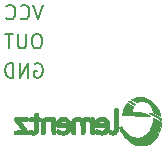
<source format=gbr>
%TF.GenerationSoftware,KiCad,Pcbnew,5.1.5-52549c5~86~ubuntu16.04.1*%
%TF.CreationDate,2020-11-12T16:56:08+05:30*%
%TF.ProjectId,Potentiometer Module V1.0,506f7465-6e74-4696-9f6d-65746572204d,V1.0*%
%TF.SameCoordinates,Original*%
%TF.FileFunction,Legend,Bot*%
%TF.FilePolarity,Positive*%
%FSLAX46Y46*%
G04 Gerber Fmt 4.6, Leading zero omitted, Abs format (unit mm)*
G04 Created by KiCad (PCBNEW 5.1.5-52549c5~86~ubuntu16.04.1) date 2020-11-12 16:56:08*
%MOMM*%
%LPD*%
G04 APERTURE LIST*
%ADD10C,0.200000*%
%ADD11C,0.010000*%
G04 APERTURE END LIST*
D10*
X134746838Y-94210916D02*
X134861124Y-94153773D01*
X135032553Y-94153773D01*
X135203981Y-94210916D01*
X135318267Y-94325201D01*
X135375410Y-94439487D01*
X135432553Y-94668058D01*
X135432553Y-94839487D01*
X135375410Y-95068058D01*
X135318267Y-95182344D01*
X135203981Y-95296630D01*
X135032553Y-95353773D01*
X134918267Y-95353773D01*
X134746838Y-95296630D01*
X134689695Y-95239487D01*
X134689695Y-94839487D01*
X134918267Y-94839487D01*
X134175410Y-95353773D02*
X134175410Y-94153773D01*
X133489695Y-95353773D01*
X133489695Y-94153773D01*
X132918267Y-95353773D02*
X132918267Y-94153773D01*
X132632553Y-94153773D01*
X132461124Y-94210916D01*
X132346838Y-94325201D01*
X132289695Y-94439487D01*
X132232553Y-94668058D01*
X132232553Y-94839487D01*
X132289695Y-95068058D01*
X132346838Y-95182344D01*
X132461124Y-95296630D01*
X132632553Y-95353773D01*
X132918267Y-95353773D01*
X135032553Y-91691955D02*
X134803981Y-91691955D01*
X134689695Y-91749098D01*
X134575410Y-91863383D01*
X134518267Y-92091955D01*
X134518267Y-92491955D01*
X134575410Y-92720526D01*
X134689695Y-92834812D01*
X134803981Y-92891955D01*
X135032553Y-92891955D01*
X135146838Y-92834812D01*
X135261124Y-92720526D01*
X135318267Y-92491955D01*
X135318267Y-92091955D01*
X135261124Y-91863383D01*
X135146838Y-91749098D01*
X135032553Y-91691955D01*
X134003981Y-91691955D02*
X134003981Y-92663383D01*
X133946838Y-92777669D01*
X133889695Y-92834812D01*
X133775410Y-92891955D01*
X133546838Y-92891955D01*
X133432553Y-92834812D01*
X133375410Y-92777669D01*
X133318267Y-92663383D01*
X133318267Y-91691955D01*
X132918267Y-91691955D02*
X132232553Y-91691955D01*
X132575410Y-92891955D02*
X132575410Y-91691955D01*
X135432553Y-89215571D02*
X135032553Y-90415571D01*
X134632553Y-89215571D01*
X133546838Y-90301285D02*
X133603981Y-90358428D01*
X133775410Y-90415571D01*
X133889695Y-90415571D01*
X134061124Y-90358428D01*
X134175410Y-90244142D01*
X134232553Y-90129856D01*
X134289695Y-89901285D01*
X134289695Y-89729856D01*
X134232553Y-89501285D01*
X134175410Y-89386999D01*
X134061124Y-89272714D01*
X133889695Y-89215571D01*
X133775410Y-89215571D01*
X133603981Y-89272714D01*
X133546838Y-89329856D01*
X132346838Y-90301285D02*
X132403981Y-90358428D01*
X132575410Y-90415571D01*
X132689695Y-90415571D01*
X132861124Y-90358428D01*
X132975410Y-90244142D01*
X133032553Y-90129856D01*
X133089695Y-89901285D01*
X133089695Y-89729856D01*
X133032553Y-89501285D01*
X132975410Y-89386999D01*
X132861124Y-89272714D01*
X132689695Y-89215571D01*
X132575410Y-89215571D01*
X132403981Y-89272714D01*
X132346838Y-89329856D01*
D11*
%TO.C,G\002A\002A\002A*%
G36*
X144769609Y-98771955D02*
G01*
X144765084Y-98804348D01*
X144759141Y-98850762D01*
X144755307Y-98882200D01*
X144715404Y-99125291D01*
X144655799Y-99354458D01*
X144576830Y-99568863D01*
X144478833Y-99767668D01*
X144362148Y-99950035D01*
X144285944Y-100048060D01*
X144181551Y-100155173D01*
X144058913Y-100250178D01*
X143923724Y-100329451D01*
X143781680Y-100389371D01*
X143719550Y-100408381D01*
X143632989Y-100425376D01*
X143529916Y-100435513D01*
X143418276Y-100438802D01*
X143306010Y-100435253D01*
X143201061Y-100424880D01*
X143111372Y-100407691D01*
X143110802Y-100407542D01*
X142937271Y-100350696D01*
X142774443Y-100273037D01*
X142621461Y-100173872D01*
X142477468Y-100052513D01*
X142341607Y-99908268D01*
X142213024Y-99740445D01*
X142133568Y-99619403D01*
X142046337Y-99478682D01*
X141962194Y-99525208D01*
X141921353Y-99547935D01*
X141890133Y-99565582D01*
X141874341Y-99574861D01*
X141873594Y-99575381D01*
X141877309Y-99587428D01*
X141890449Y-99618359D01*
X141911253Y-99664257D01*
X141937960Y-99721202D01*
X141957247Y-99761452D01*
X142061663Y-99962353D01*
X142171661Y-100142913D01*
X142290606Y-100308090D01*
X142421862Y-100462848D01*
X142462250Y-100506006D01*
X142624617Y-100661618D01*
X142791558Y-100792909D01*
X142964609Y-100900774D01*
X143145300Y-100986109D01*
X143335165Y-101049809D01*
X143433800Y-101073779D01*
X143479953Y-101081052D01*
X143543878Y-101087611D01*
X143619335Y-101093177D01*
X143700084Y-101097470D01*
X143779883Y-101100210D01*
X143852491Y-101101118D01*
X143911668Y-101099915D01*
X143948150Y-101096816D01*
X144130530Y-101061392D01*
X144294125Y-101012567D01*
X144442844Y-100948351D01*
X144580595Y-100866755D01*
X144711287Y-100765787D01*
X144838828Y-100643459D01*
X144839116Y-100643157D01*
X144985310Y-100472708D01*
X145109499Y-100291337D01*
X145212170Y-100097989D01*
X145293809Y-99891612D01*
X145354903Y-99671150D01*
X145395729Y-99437174D01*
X145403671Y-99367751D01*
X145410022Y-99297654D01*
X145414015Y-99236267D01*
X145415000Y-99201613D01*
X145415000Y-99115927D01*
X145094572Y-98936375D01*
X145012791Y-98890668D01*
X144938563Y-98849411D01*
X144874668Y-98814130D01*
X144823885Y-98786352D01*
X144788992Y-98767603D01*
X144772768Y-98759409D01*
X144771957Y-98759186D01*
X144769609Y-98771955D01*
G37*
X144769609Y-98771955D02*
X144765084Y-98804348D01*
X144759141Y-98850762D01*
X144755307Y-98882200D01*
X144715404Y-99125291D01*
X144655799Y-99354458D01*
X144576830Y-99568863D01*
X144478833Y-99767668D01*
X144362148Y-99950035D01*
X144285944Y-100048060D01*
X144181551Y-100155173D01*
X144058913Y-100250178D01*
X143923724Y-100329451D01*
X143781680Y-100389371D01*
X143719550Y-100408381D01*
X143632989Y-100425376D01*
X143529916Y-100435513D01*
X143418276Y-100438802D01*
X143306010Y-100435253D01*
X143201061Y-100424880D01*
X143111372Y-100407691D01*
X143110802Y-100407542D01*
X142937271Y-100350696D01*
X142774443Y-100273037D01*
X142621461Y-100173872D01*
X142477468Y-100052513D01*
X142341607Y-99908268D01*
X142213024Y-99740445D01*
X142133568Y-99619403D01*
X142046337Y-99478682D01*
X141962194Y-99525208D01*
X141921353Y-99547935D01*
X141890133Y-99565582D01*
X141874341Y-99574861D01*
X141873594Y-99575381D01*
X141877309Y-99587428D01*
X141890449Y-99618359D01*
X141911253Y-99664257D01*
X141937960Y-99721202D01*
X141957247Y-99761452D01*
X142061663Y-99962353D01*
X142171661Y-100142913D01*
X142290606Y-100308090D01*
X142421862Y-100462848D01*
X142462250Y-100506006D01*
X142624617Y-100661618D01*
X142791558Y-100792909D01*
X142964609Y-100900774D01*
X143145300Y-100986109D01*
X143335165Y-101049809D01*
X143433800Y-101073779D01*
X143479953Y-101081052D01*
X143543878Y-101087611D01*
X143619335Y-101093177D01*
X143700084Y-101097470D01*
X143779883Y-101100210D01*
X143852491Y-101101118D01*
X143911668Y-101099915D01*
X143948150Y-101096816D01*
X144130530Y-101061392D01*
X144294125Y-101012567D01*
X144442844Y-100948351D01*
X144580595Y-100866755D01*
X144711287Y-100765787D01*
X144838828Y-100643459D01*
X144839116Y-100643157D01*
X144985310Y-100472708D01*
X145109499Y-100291337D01*
X145212170Y-100097989D01*
X145293809Y-99891612D01*
X145354903Y-99671150D01*
X145395729Y-99437174D01*
X145403671Y-99367751D01*
X145410022Y-99297654D01*
X145414015Y-99236267D01*
X145415000Y-99201613D01*
X145415000Y-99115927D01*
X145094572Y-98936375D01*
X145012791Y-98890668D01*
X144938563Y-98849411D01*
X144874668Y-98814130D01*
X144823885Y-98786352D01*
X144788992Y-98767603D01*
X144772768Y-98759409D01*
X144771957Y-98759186D01*
X144769609Y-98771955D01*
G36*
X141581938Y-97949793D02*
G01*
X141550606Y-97954479D01*
X141528258Y-97965141D01*
X141506864Y-97983949D01*
X141471650Y-98019149D01*
X141464470Y-98834849D01*
X141462946Y-99004179D01*
X141461485Y-99150079D01*
X141459957Y-99274522D01*
X141458230Y-99379476D01*
X141456174Y-99466913D01*
X141453657Y-99538803D01*
X141450548Y-99597117D01*
X141446717Y-99643824D01*
X141442033Y-99680896D01*
X141436363Y-99710302D01*
X141429578Y-99734014D01*
X141421547Y-99754001D01*
X141412137Y-99772235D01*
X141401219Y-99790685D01*
X141400878Y-99791244D01*
X141365598Y-99830455D01*
X141320571Y-99854915D01*
X141289851Y-99860100D01*
X141266736Y-99853271D01*
X141233514Y-99836003D01*
X141217678Y-99825907D01*
X141162738Y-99799125D01*
X141106521Y-99789670D01*
X141055476Y-99797565D01*
X141016050Y-99822833D01*
X141013961Y-99825174D01*
X140986181Y-99874591D01*
X140973245Y-99935385D01*
X140974962Y-99999365D01*
X140991140Y-100058342D01*
X141020465Y-100103018D01*
X141065112Y-100133600D01*
X141128237Y-100157948D01*
X141203397Y-100174754D01*
X141284152Y-100182706D01*
X141364061Y-100180495D01*
X141387226Y-100177606D01*
X141466871Y-100161026D01*
X141530660Y-100135410D01*
X141587708Y-100095960D01*
X141641816Y-100043601D01*
X141685641Y-99993369D01*
X141715000Y-99949870D01*
X141735455Y-99904219D01*
X141742674Y-99882445D01*
X141754208Y-99844641D01*
X141764118Y-99810255D01*
X141772529Y-99777093D01*
X141779564Y-99742961D01*
X141785347Y-99705667D01*
X141790002Y-99663017D01*
X141793654Y-99612816D01*
X141796425Y-99552873D01*
X141798442Y-99480992D01*
X141799826Y-99394982D01*
X141800702Y-99292647D01*
X141801195Y-99171795D01*
X141801428Y-99030233D01*
X141801525Y-98865766D01*
X141801535Y-98841192D01*
X141801850Y-98031835D01*
X141760331Y-97990292D01*
X141736368Y-97968214D01*
X141714356Y-97955753D01*
X141685765Y-97950181D01*
X141642070Y-97948772D01*
X141630445Y-97948750D01*
X141581938Y-97949793D01*
G37*
X141581938Y-97949793D02*
X141550606Y-97954479D01*
X141528258Y-97965141D01*
X141506864Y-97983949D01*
X141471650Y-98019149D01*
X141464470Y-98834849D01*
X141462946Y-99004179D01*
X141461485Y-99150079D01*
X141459957Y-99274522D01*
X141458230Y-99379476D01*
X141456174Y-99466913D01*
X141453657Y-99538803D01*
X141450548Y-99597117D01*
X141446717Y-99643824D01*
X141442033Y-99680896D01*
X141436363Y-99710302D01*
X141429578Y-99734014D01*
X141421547Y-99754001D01*
X141412137Y-99772235D01*
X141401219Y-99790685D01*
X141400878Y-99791244D01*
X141365598Y-99830455D01*
X141320571Y-99854915D01*
X141289851Y-99860100D01*
X141266736Y-99853271D01*
X141233514Y-99836003D01*
X141217678Y-99825907D01*
X141162738Y-99799125D01*
X141106521Y-99789670D01*
X141055476Y-99797565D01*
X141016050Y-99822833D01*
X141013961Y-99825174D01*
X140986181Y-99874591D01*
X140973245Y-99935385D01*
X140974962Y-99999365D01*
X140991140Y-100058342D01*
X141020465Y-100103018D01*
X141065112Y-100133600D01*
X141128237Y-100157948D01*
X141203397Y-100174754D01*
X141284152Y-100182706D01*
X141364061Y-100180495D01*
X141387226Y-100177606D01*
X141466871Y-100161026D01*
X141530660Y-100135410D01*
X141587708Y-100095960D01*
X141641816Y-100043601D01*
X141685641Y-99993369D01*
X141715000Y-99949870D01*
X141735455Y-99904219D01*
X141742674Y-99882445D01*
X141754208Y-99844641D01*
X141764118Y-99810255D01*
X141772529Y-99777093D01*
X141779564Y-99742961D01*
X141785347Y-99705667D01*
X141790002Y-99663017D01*
X141793654Y-99612816D01*
X141796425Y-99552873D01*
X141798442Y-99480992D01*
X141799826Y-99394982D01*
X141800702Y-99292647D01*
X141801195Y-99171795D01*
X141801428Y-99030233D01*
X141801525Y-98865766D01*
X141801535Y-98841192D01*
X141801850Y-98031835D01*
X141760331Y-97990292D01*
X141736368Y-97968214D01*
X141714356Y-97955753D01*
X141685765Y-97950181D01*
X141642070Y-97948772D01*
X141630445Y-97948750D01*
X141581938Y-97949793D01*
G36*
X140256438Y-98689770D02*
G01*
X140161219Y-98711762D01*
X140080984Y-98744906D01*
X140074214Y-98748722D01*
X140022247Y-98786563D01*
X139967349Y-98838894D01*
X139917463Y-98897249D01*
X139880530Y-98953164D01*
X139878196Y-98957623D01*
X139850624Y-99023111D01*
X139827422Y-99100096D01*
X139809475Y-99182621D01*
X139797666Y-99264725D01*
X139792880Y-99340452D01*
X139795999Y-99403842D01*
X139805962Y-99444632D01*
X139816249Y-99466509D01*
X139828706Y-99484303D01*
X139845980Y-99498546D01*
X139870720Y-99509769D01*
X139905574Y-99518503D01*
X139953189Y-99525280D01*
X140016214Y-99530632D01*
X140097296Y-99535089D01*
X140199085Y-99539183D01*
X140293271Y-99542423D01*
X140389216Y-99545598D01*
X140477198Y-99548489D01*
X140553938Y-99550990D01*
X140616160Y-99552994D01*
X140660584Y-99554395D01*
X140683934Y-99555088D01*
X140686402Y-99555142D01*
X140695647Y-99565095D01*
X140693335Y-99591118D01*
X140681710Y-99627958D01*
X140663018Y-99670363D01*
X140639501Y-99713079D01*
X140613406Y-99750853D01*
X140593339Y-99772925D01*
X140543115Y-99812961D01*
X140491942Y-99837619D01*
X140431610Y-99849782D01*
X140366750Y-99852447D01*
X140313292Y-99850985D01*
X140270556Y-99845468D01*
X140228518Y-99833594D01*
X140177151Y-99813059D01*
X140157200Y-99804324D01*
X140088125Y-99774323D01*
X140037256Y-99754221D01*
X139999886Y-99742958D01*
X139971310Y-99739468D01*
X139946822Y-99742688D01*
X139922408Y-99751265D01*
X139878041Y-99782670D01*
X139851147Y-99832503D01*
X139841732Y-99900750D01*
X139843474Y-99940622D01*
X139853627Y-99997747D01*
X139875110Y-100039679D01*
X139912610Y-100072416D01*
X139968905Y-100101137D01*
X140097304Y-100144918D01*
X140236883Y-100172358D01*
X140378298Y-100182078D01*
X140481050Y-100176786D01*
X140609439Y-100151704D01*
X140722007Y-100106768D01*
X140818485Y-100042205D01*
X140898607Y-99958240D01*
X140962102Y-99855099D01*
X141008678Y-99733100D01*
X141024284Y-99662307D01*
X141035776Y-99576100D01*
X141042893Y-99481691D01*
X141045372Y-99386291D01*
X141042950Y-99297111D01*
X141035950Y-99227209D01*
X140692193Y-99227209D01*
X140427872Y-99218183D01*
X140348762Y-99215340D01*
X140278743Y-99212552D01*
X140221609Y-99209993D01*
X140181157Y-99207837D01*
X140161182Y-99206256D01*
X140159757Y-99205927D01*
X140157789Y-99189025D01*
X140169257Y-99158932D01*
X140191042Y-99121725D01*
X140220027Y-99083476D01*
X140226222Y-99076448D01*
X140257542Y-99043668D01*
X140282890Y-99025344D01*
X140312579Y-99016438D01*
X140356920Y-99011911D01*
X140358532Y-99011794D01*
X140448178Y-99016715D01*
X140529779Y-99043527D01*
X140599638Y-99090241D01*
X140654052Y-99154871D01*
X140666745Y-99177327D01*
X140692193Y-99227209D01*
X141035950Y-99227209D01*
X141035364Y-99221363D01*
X141028580Y-99186767D01*
X140986340Y-99057464D01*
X140928859Y-98948172D01*
X140855179Y-98857901D01*
X140764341Y-98785657D01*
X140655387Y-98730448D01*
X140556962Y-98698508D01*
X140461812Y-98682362D01*
X140359136Y-98679710D01*
X140256438Y-98689770D01*
G37*
X140256438Y-98689770D02*
X140161219Y-98711762D01*
X140080984Y-98744906D01*
X140074214Y-98748722D01*
X140022247Y-98786563D01*
X139967349Y-98838894D01*
X139917463Y-98897249D01*
X139880530Y-98953164D01*
X139878196Y-98957623D01*
X139850624Y-99023111D01*
X139827422Y-99100096D01*
X139809475Y-99182621D01*
X139797666Y-99264725D01*
X139792880Y-99340452D01*
X139795999Y-99403842D01*
X139805962Y-99444632D01*
X139816249Y-99466509D01*
X139828706Y-99484303D01*
X139845980Y-99498546D01*
X139870720Y-99509769D01*
X139905574Y-99518503D01*
X139953189Y-99525280D01*
X140016214Y-99530632D01*
X140097296Y-99535089D01*
X140199085Y-99539183D01*
X140293271Y-99542423D01*
X140389216Y-99545598D01*
X140477198Y-99548489D01*
X140553938Y-99550990D01*
X140616160Y-99552994D01*
X140660584Y-99554395D01*
X140683934Y-99555088D01*
X140686402Y-99555142D01*
X140695647Y-99565095D01*
X140693335Y-99591118D01*
X140681710Y-99627958D01*
X140663018Y-99670363D01*
X140639501Y-99713079D01*
X140613406Y-99750853D01*
X140593339Y-99772925D01*
X140543115Y-99812961D01*
X140491942Y-99837619D01*
X140431610Y-99849782D01*
X140366750Y-99852447D01*
X140313292Y-99850985D01*
X140270556Y-99845468D01*
X140228518Y-99833594D01*
X140177151Y-99813059D01*
X140157200Y-99804324D01*
X140088125Y-99774323D01*
X140037256Y-99754221D01*
X139999886Y-99742958D01*
X139971310Y-99739468D01*
X139946822Y-99742688D01*
X139922408Y-99751265D01*
X139878041Y-99782670D01*
X139851147Y-99832503D01*
X139841732Y-99900750D01*
X139843474Y-99940622D01*
X139853627Y-99997747D01*
X139875110Y-100039679D01*
X139912610Y-100072416D01*
X139968905Y-100101137D01*
X140097304Y-100144918D01*
X140236883Y-100172358D01*
X140378298Y-100182078D01*
X140481050Y-100176786D01*
X140609439Y-100151704D01*
X140722007Y-100106768D01*
X140818485Y-100042205D01*
X140898607Y-99958240D01*
X140962102Y-99855099D01*
X141008678Y-99733100D01*
X141024284Y-99662307D01*
X141035776Y-99576100D01*
X141042893Y-99481691D01*
X141045372Y-99386291D01*
X141042950Y-99297111D01*
X141035950Y-99227209D01*
X140692193Y-99227209D01*
X140427872Y-99218183D01*
X140348762Y-99215340D01*
X140278743Y-99212552D01*
X140221609Y-99209993D01*
X140181157Y-99207837D01*
X140161182Y-99206256D01*
X140159757Y-99205927D01*
X140157789Y-99189025D01*
X140169257Y-99158932D01*
X140191042Y-99121725D01*
X140220027Y-99083476D01*
X140226222Y-99076448D01*
X140257542Y-99043668D01*
X140282890Y-99025344D01*
X140312579Y-99016438D01*
X140356920Y-99011911D01*
X140358532Y-99011794D01*
X140448178Y-99016715D01*
X140529779Y-99043527D01*
X140599638Y-99090241D01*
X140654052Y-99154871D01*
X140666745Y-99177327D01*
X140692193Y-99227209D01*
X141035950Y-99227209D01*
X141035364Y-99221363D01*
X141028580Y-99186767D01*
X140986340Y-99057464D01*
X140928859Y-98948172D01*
X140855179Y-98857901D01*
X140764341Y-98785657D01*
X140655387Y-98730448D01*
X140556962Y-98698508D01*
X140461812Y-98682362D01*
X140359136Y-98679710D01*
X140256438Y-98689770D01*
G36*
X136990342Y-98689157D02*
G01*
X136878070Y-98719589D01*
X136781135Y-98770232D01*
X136699594Y-98841025D01*
X136633508Y-98931903D01*
X136582935Y-99042805D01*
X136547934Y-99173668D01*
X136530399Y-99301364D01*
X136527188Y-99361273D01*
X136530420Y-99405090D01*
X136540804Y-99441467D01*
X136542124Y-99444696D01*
X136552390Y-99466556D01*
X136564836Y-99484337D01*
X136582109Y-99498569D01*
X136606855Y-99509784D01*
X136641723Y-99518513D01*
X136689359Y-99525288D01*
X136752412Y-99530637D01*
X136833528Y-99535094D01*
X136935355Y-99539189D01*
X137029371Y-99542423D01*
X137125316Y-99545598D01*
X137213298Y-99548489D01*
X137290038Y-99550990D01*
X137352260Y-99552994D01*
X137396684Y-99554395D01*
X137420034Y-99555088D01*
X137422502Y-99555142D01*
X137431747Y-99565095D01*
X137429435Y-99591118D01*
X137417810Y-99627958D01*
X137399118Y-99670363D01*
X137375601Y-99713079D01*
X137349506Y-99750853D01*
X137329439Y-99772925D01*
X137261702Y-99821665D01*
X137185543Y-99849224D01*
X137099602Y-99855648D01*
X137002520Y-99840980D01*
X136892937Y-99805268D01*
X136853604Y-99788786D01*
X136776322Y-99759399D01*
X136714877Y-99746922D01*
X136666298Y-99751192D01*
X136627615Y-99772047D01*
X136622939Y-99776170D01*
X136595789Y-99816633D01*
X136580440Y-99871299D01*
X136577133Y-99931756D01*
X136586108Y-99989591D01*
X136607606Y-100036391D01*
X136615244Y-100045679D01*
X136660817Y-100080292D01*
X136726753Y-100111567D01*
X136808115Y-100138423D01*
X136899966Y-100159778D01*
X136997368Y-100174552D01*
X137095386Y-100181663D01*
X137189083Y-100180029D01*
X137217150Y-100177505D01*
X137345461Y-100152571D01*
X137457898Y-100107815D01*
X137554350Y-100043336D01*
X137634703Y-99959230D01*
X137698848Y-99855593D01*
X137746670Y-99732524D01*
X137751974Y-99714050D01*
X137764270Y-99652383D01*
X137773200Y-99573210D01*
X137778599Y-99483872D01*
X137780301Y-99391711D01*
X137778137Y-99304070D01*
X137771943Y-99228289D01*
X137771761Y-99227209D01*
X137428293Y-99227209D01*
X137163972Y-99218183D01*
X137084776Y-99215288D01*
X137014592Y-99212359D01*
X136957235Y-99209585D01*
X136916521Y-99207156D01*
X136896269Y-99205260D01*
X136894766Y-99204836D01*
X136895108Y-99190107D01*
X136906068Y-99161863D01*
X136923982Y-99127596D01*
X136945190Y-99094798D01*
X136954203Y-99083256D01*
X137003007Y-99039270D01*
X137060820Y-99015574D01*
X137124445Y-99009478D01*
X137210115Y-99021811D01*
X137288377Y-99056168D01*
X137354498Y-99109682D01*
X137403260Y-99178529D01*
X137428293Y-99227209D01*
X137771761Y-99227209D01*
X137764051Y-99181470D01*
X137722876Y-99055592D01*
X137662713Y-98945966D01*
X137584937Y-98853662D01*
X137490922Y-98779748D01*
X137382042Y-98725292D01*
X137259670Y-98691363D01*
X137125183Y-98679030D01*
X137117890Y-98679000D01*
X136990342Y-98689157D01*
G37*
X136990342Y-98689157D02*
X136878070Y-98719589D01*
X136781135Y-98770232D01*
X136699594Y-98841025D01*
X136633508Y-98931903D01*
X136582935Y-99042805D01*
X136547934Y-99173668D01*
X136530399Y-99301364D01*
X136527188Y-99361273D01*
X136530420Y-99405090D01*
X136540804Y-99441467D01*
X136542124Y-99444696D01*
X136552390Y-99466556D01*
X136564836Y-99484337D01*
X136582109Y-99498569D01*
X136606855Y-99509784D01*
X136641723Y-99518513D01*
X136689359Y-99525288D01*
X136752412Y-99530637D01*
X136833528Y-99535094D01*
X136935355Y-99539189D01*
X137029371Y-99542423D01*
X137125316Y-99545598D01*
X137213298Y-99548489D01*
X137290038Y-99550990D01*
X137352260Y-99552994D01*
X137396684Y-99554395D01*
X137420034Y-99555088D01*
X137422502Y-99555142D01*
X137431747Y-99565095D01*
X137429435Y-99591118D01*
X137417810Y-99627958D01*
X137399118Y-99670363D01*
X137375601Y-99713079D01*
X137349506Y-99750853D01*
X137329439Y-99772925D01*
X137261702Y-99821665D01*
X137185543Y-99849224D01*
X137099602Y-99855648D01*
X137002520Y-99840980D01*
X136892937Y-99805268D01*
X136853604Y-99788786D01*
X136776322Y-99759399D01*
X136714877Y-99746922D01*
X136666298Y-99751192D01*
X136627615Y-99772047D01*
X136622939Y-99776170D01*
X136595789Y-99816633D01*
X136580440Y-99871299D01*
X136577133Y-99931756D01*
X136586108Y-99989591D01*
X136607606Y-100036391D01*
X136615244Y-100045679D01*
X136660817Y-100080292D01*
X136726753Y-100111567D01*
X136808115Y-100138423D01*
X136899966Y-100159778D01*
X136997368Y-100174552D01*
X137095386Y-100181663D01*
X137189083Y-100180029D01*
X137217150Y-100177505D01*
X137345461Y-100152571D01*
X137457898Y-100107815D01*
X137554350Y-100043336D01*
X137634703Y-99959230D01*
X137698848Y-99855593D01*
X137746670Y-99732524D01*
X137751974Y-99714050D01*
X137764270Y-99652383D01*
X137773200Y-99573210D01*
X137778599Y-99483872D01*
X137780301Y-99391711D01*
X137778137Y-99304070D01*
X137771943Y-99228289D01*
X137771761Y-99227209D01*
X137428293Y-99227209D01*
X137163972Y-99218183D01*
X137084776Y-99215288D01*
X137014592Y-99212359D01*
X136957235Y-99209585D01*
X136916521Y-99207156D01*
X136896269Y-99205260D01*
X136894766Y-99204836D01*
X136895108Y-99190107D01*
X136906068Y-99161863D01*
X136923982Y-99127596D01*
X136945190Y-99094798D01*
X136954203Y-99083256D01*
X137003007Y-99039270D01*
X137060820Y-99015574D01*
X137124445Y-99009478D01*
X137210115Y-99021811D01*
X137288377Y-99056168D01*
X137354498Y-99109682D01*
X137403260Y-99178529D01*
X137428293Y-99227209D01*
X137771761Y-99227209D01*
X137764051Y-99181470D01*
X137722876Y-99055592D01*
X137662713Y-98945966D01*
X137584937Y-98853662D01*
X137490922Y-98779748D01*
X137382042Y-98725292D01*
X137259670Y-98691363D01*
X137125183Y-98679030D01*
X137117890Y-98679000D01*
X136990342Y-98689157D01*
G36*
X134825499Y-98356196D02*
G01*
X134794168Y-98360890D01*
X134771811Y-98371567D01*
X134750464Y-98390328D01*
X134735471Y-98406489D01*
X134725304Y-98422982D01*
X134718840Y-98445110D01*
X134714955Y-98478175D01*
X134712528Y-98527481D01*
X134711038Y-98576509D01*
X134706826Y-98727512D01*
X134517586Y-98731831D01*
X134328347Y-98736150D01*
X134286849Y-98777669D01*
X134264023Y-98802737D01*
X134251557Y-98825972D01*
X134246363Y-98856573D01*
X134245350Y-98901250D01*
X134246478Y-98947516D01*
X134251921Y-98977612D01*
X134264769Y-99000736D01*
X134286849Y-99024830D01*
X134328347Y-99066350D01*
X134518624Y-99070689D01*
X134708900Y-99075029D01*
X134708830Y-99400889D01*
X134708404Y-99515304D01*
X134706936Y-99607115D01*
X134704059Y-99679111D01*
X134699405Y-99734079D01*
X134692607Y-99774809D01*
X134683297Y-99804087D01*
X134671107Y-99824702D01*
X134655671Y-99839441D01*
X134650545Y-99843007D01*
X134618145Y-99854722D01*
X134576586Y-99851372D01*
X134522271Y-99832258D01*
X134473950Y-99808712D01*
X134430539Y-99791690D01*
X134377852Y-99778701D01*
X134352621Y-99775072D01*
X134309459Y-99772383D01*
X134281116Y-99776535D01*
X134257404Y-99789912D01*
X134244671Y-99800312D01*
X134225971Y-99817962D01*
X134214829Y-99835770D01*
X134209297Y-99860703D01*
X134207426Y-99899729D01*
X134207250Y-99934177D01*
X134208098Y-99986860D01*
X134211769Y-100021419D01*
X134219952Y-100045103D01*
X134234338Y-100065163D01*
X134239000Y-100070351D01*
X134281523Y-100105499D01*
X134339608Y-100133832D01*
X134416817Y-100156798D01*
X134485854Y-100170755D01*
X134546220Y-100180862D01*
X134590216Y-100186408D01*
X134626423Y-100187592D01*
X134663420Y-100184610D01*
X134709787Y-100177662D01*
X134719019Y-100176134D01*
X134796482Y-100156530D01*
X134861026Y-100123206D01*
X134916322Y-100077775D01*
X134947804Y-100045933D01*
X134973598Y-100014050D01*
X134994320Y-99979211D01*
X135010584Y-99938501D01*
X135023007Y-99889002D01*
X135032203Y-99827799D01*
X135038787Y-99751976D01*
X135043375Y-99658617D01*
X135046580Y-99544806D01*
X135048322Y-99451981D01*
X135054513Y-99075612D01*
X135114415Y-99067666D01*
X135166375Y-99054093D01*
X135206530Y-99025932D01*
X135211484Y-99020926D01*
X135232218Y-98996406D01*
X135243426Y-98971930D01*
X135247945Y-98938318D01*
X135248650Y-98900660D01*
X135247430Y-98854260D01*
X135241819Y-98824128D01*
X135228894Y-98801172D01*
X135210021Y-98780559D01*
X135174165Y-98752750D01*
X135130802Y-98737973D01*
X135106272Y-98734217D01*
X135041152Y-98726505D01*
X135036951Y-98576006D01*
X135034878Y-98511694D01*
X135032155Y-98467463D01*
X135027653Y-98437995D01*
X135020245Y-98417975D01*
X135008803Y-98402088D01*
X134997537Y-98390328D01*
X134975990Y-98371427D01*
X134953586Y-98360820D01*
X134922128Y-98356172D01*
X134874000Y-98355150D01*
X134825499Y-98356196D01*
G37*
X134825499Y-98356196D02*
X134794168Y-98360890D01*
X134771811Y-98371567D01*
X134750464Y-98390328D01*
X134735471Y-98406489D01*
X134725304Y-98422982D01*
X134718840Y-98445110D01*
X134714955Y-98478175D01*
X134712528Y-98527481D01*
X134711038Y-98576509D01*
X134706826Y-98727512D01*
X134517586Y-98731831D01*
X134328347Y-98736150D01*
X134286849Y-98777669D01*
X134264023Y-98802737D01*
X134251557Y-98825972D01*
X134246363Y-98856573D01*
X134245350Y-98901250D01*
X134246478Y-98947516D01*
X134251921Y-98977612D01*
X134264769Y-99000736D01*
X134286849Y-99024830D01*
X134328347Y-99066350D01*
X134518624Y-99070689D01*
X134708900Y-99075029D01*
X134708830Y-99400889D01*
X134708404Y-99515304D01*
X134706936Y-99607115D01*
X134704059Y-99679111D01*
X134699405Y-99734079D01*
X134692607Y-99774809D01*
X134683297Y-99804087D01*
X134671107Y-99824702D01*
X134655671Y-99839441D01*
X134650545Y-99843007D01*
X134618145Y-99854722D01*
X134576586Y-99851372D01*
X134522271Y-99832258D01*
X134473950Y-99808712D01*
X134430539Y-99791690D01*
X134377852Y-99778701D01*
X134352621Y-99775072D01*
X134309459Y-99772383D01*
X134281116Y-99776535D01*
X134257404Y-99789912D01*
X134244671Y-99800312D01*
X134225971Y-99817962D01*
X134214829Y-99835770D01*
X134209297Y-99860703D01*
X134207426Y-99899729D01*
X134207250Y-99934177D01*
X134208098Y-99986860D01*
X134211769Y-100021419D01*
X134219952Y-100045103D01*
X134234338Y-100065163D01*
X134239000Y-100070351D01*
X134281523Y-100105499D01*
X134339608Y-100133832D01*
X134416817Y-100156798D01*
X134485854Y-100170755D01*
X134546220Y-100180862D01*
X134590216Y-100186408D01*
X134626423Y-100187592D01*
X134663420Y-100184610D01*
X134709787Y-100177662D01*
X134719019Y-100176134D01*
X134796482Y-100156530D01*
X134861026Y-100123206D01*
X134916322Y-100077775D01*
X134947804Y-100045933D01*
X134973598Y-100014050D01*
X134994320Y-99979211D01*
X135010584Y-99938501D01*
X135023007Y-99889002D01*
X135032203Y-99827799D01*
X135038787Y-99751976D01*
X135043375Y-99658617D01*
X135046580Y-99544806D01*
X135048322Y-99451981D01*
X135054513Y-99075612D01*
X135114415Y-99067666D01*
X135166375Y-99054093D01*
X135206530Y-99025932D01*
X135211484Y-99020926D01*
X135232218Y-98996406D01*
X135243426Y-98971930D01*
X135247945Y-98938318D01*
X135248650Y-98900660D01*
X135247430Y-98854260D01*
X135241819Y-98824128D01*
X135228894Y-98801172D01*
X135210021Y-98780559D01*
X135174165Y-98752750D01*
X135130802Y-98737973D01*
X135106272Y-98734217D01*
X135041152Y-98726505D01*
X135036951Y-98576006D01*
X135034878Y-98511694D01*
X135032155Y-98467463D01*
X135027653Y-98437995D01*
X135020245Y-98417975D01*
X135008803Y-98402088D01*
X134997537Y-98390328D01*
X134975990Y-98371427D01*
X134953586Y-98360820D01*
X134922128Y-98356172D01*
X134874000Y-98355150D01*
X134825499Y-98356196D01*
G36*
X138184430Y-98704014D02*
G01*
X138080090Y-98742100D01*
X137992989Y-98798331D01*
X137922338Y-98873248D01*
X137867348Y-98967394D01*
X137856392Y-98992914D01*
X137848960Y-99011955D01*
X137842865Y-99030472D01*
X137837951Y-99051139D01*
X137834066Y-99076626D01*
X137831054Y-99109606D01*
X137828762Y-99152750D01*
X137827036Y-99208731D01*
X137825723Y-99280220D01*
X137824667Y-99369889D01*
X137823715Y-99480410D01*
X137823026Y-99571895D01*
X137819302Y-100077441D01*
X137863031Y-100121170D01*
X137891375Y-100146763D01*
X137917183Y-100159821D01*
X137951303Y-100164454D01*
X137978511Y-100164900D01*
X138028144Y-100161165D01*
X138072315Y-100151533D01*
X138088732Y-100145006D01*
X138107368Y-100134350D01*
X138122614Y-100121864D01*
X138134811Y-100105052D01*
X138144298Y-100081421D01*
X138151412Y-100048476D01*
X138156494Y-100003724D01*
X138159882Y-99944669D01*
X138161916Y-99868817D01*
X138162934Y-99773675D01*
X138163277Y-99656748D01*
X138163300Y-99596498D01*
X138163345Y-99478726D01*
X138163584Y-99383541D01*
X138164180Y-99308130D01*
X138165295Y-99249679D01*
X138167088Y-99205376D01*
X138169721Y-99172407D01*
X138173355Y-99147959D01*
X138178152Y-99129220D01*
X138184272Y-99113376D01*
X138191875Y-99097615D01*
X138216615Y-99057840D01*
X138245989Y-99034116D01*
X138271713Y-99023226D01*
X138340567Y-99012149D01*
X138412793Y-99022559D01*
X138482669Y-99052229D01*
X138544474Y-99098930D01*
X138582400Y-99144252D01*
X138614150Y-99191420D01*
X138620500Y-99641119D01*
X138626850Y-100090819D01*
X138668326Y-100127859D01*
X138697872Y-100150414D01*
X138727874Y-100161494D01*
X138769596Y-100164832D01*
X138780082Y-100164900D01*
X138828350Y-100161175D01*
X138872011Y-100151648D01*
X138888832Y-100145006D01*
X138907523Y-100134307D01*
X138922805Y-100121755D01*
X138935019Y-100104845D01*
X138944508Y-100081075D01*
X138951613Y-100047941D01*
X138956679Y-100002940D01*
X138960046Y-99943568D01*
X138962057Y-99867322D01*
X138963055Y-99771698D01*
X138963381Y-99654194D01*
X138963400Y-99599750D01*
X138963519Y-99475160D01*
X138964089Y-99373295D01*
X138965437Y-99291481D01*
X138967885Y-99227042D01*
X138971758Y-99177305D01*
X138977380Y-99139594D01*
X138985075Y-99111235D01*
X138995168Y-99089552D01*
X139007982Y-99071873D01*
X139023843Y-99055521D01*
X139030064Y-99049717D01*
X139070702Y-99025849D01*
X139130083Y-99013590D01*
X139130125Y-99013585D01*
X139174414Y-99011537D01*
X139210468Y-99017670D01*
X139250832Y-99034674D01*
X139266834Y-99042918D01*
X139312533Y-99071963D01*
X139355205Y-99107115D01*
X139374784Y-99127826D01*
X139414250Y-99176602D01*
X139426950Y-100090822D01*
X139468426Y-100127861D01*
X139497099Y-100149944D01*
X139525967Y-100161059D01*
X139565817Y-100164697D01*
X139582726Y-100164852D01*
X139649466Y-100158388D01*
X139696134Y-100140059D01*
X139735226Y-100101902D01*
X139750802Y-100067082D01*
X139754474Y-100043014D01*
X139757399Y-99998054D01*
X139759589Y-99931474D01*
X139761055Y-99842549D01*
X139761809Y-99730553D01*
X139761860Y-99594759D01*
X139761221Y-99434440D01*
X139761019Y-99400549D01*
X139757150Y-98782249D01*
X139720321Y-98743817D01*
X139678971Y-98714934D01*
X139627244Y-98698780D01*
X139572322Y-98695387D01*
X139521388Y-98704786D01*
X139481626Y-98727010D01*
X139468322Y-98742709D01*
X139457751Y-98756530D01*
X139444932Y-98758813D01*
X139421619Y-98749387D01*
X139405732Y-98741393D01*
X139300056Y-98701319D01*
X139188719Y-98684684D01*
X139075106Y-98691191D01*
X138962600Y-98720545D01*
X138854587Y-98772450D01*
X138823697Y-98792284D01*
X138784872Y-98818171D01*
X138760936Y-98831109D01*
X138746010Y-98832777D01*
X138734218Y-98824854D01*
X138729013Y-98819321D01*
X138682280Y-98781370D01*
X138616905Y-98746679D01*
X138539622Y-98717414D01*
X138457165Y-98695740D01*
X138376268Y-98683823D01*
X138306799Y-98683531D01*
X138184430Y-98704014D01*
G37*
X138184430Y-98704014D02*
X138080090Y-98742100D01*
X137992989Y-98798331D01*
X137922338Y-98873248D01*
X137867348Y-98967394D01*
X137856392Y-98992914D01*
X137848960Y-99011955D01*
X137842865Y-99030472D01*
X137837951Y-99051139D01*
X137834066Y-99076626D01*
X137831054Y-99109606D01*
X137828762Y-99152750D01*
X137827036Y-99208731D01*
X137825723Y-99280220D01*
X137824667Y-99369889D01*
X137823715Y-99480410D01*
X137823026Y-99571895D01*
X137819302Y-100077441D01*
X137863031Y-100121170D01*
X137891375Y-100146763D01*
X137917183Y-100159821D01*
X137951303Y-100164454D01*
X137978511Y-100164900D01*
X138028144Y-100161165D01*
X138072315Y-100151533D01*
X138088732Y-100145006D01*
X138107368Y-100134350D01*
X138122614Y-100121864D01*
X138134811Y-100105052D01*
X138144298Y-100081421D01*
X138151412Y-100048476D01*
X138156494Y-100003724D01*
X138159882Y-99944669D01*
X138161916Y-99868817D01*
X138162934Y-99773675D01*
X138163277Y-99656748D01*
X138163300Y-99596498D01*
X138163345Y-99478726D01*
X138163584Y-99383541D01*
X138164180Y-99308130D01*
X138165295Y-99249679D01*
X138167088Y-99205376D01*
X138169721Y-99172407D01*
X138173355Y-99147959D01*
X138178152Y-99129220D01*
X138184272Y-99113376D01*
X138191875Y-99097615D01*
X138216615Y-99057840D01*
X138245989Y-99034116D01*
X138271713Y-99023226D01*
X138340567Y-99012149D01*
X138412793Y-99022559D01*
X138482669Y-99052229D01*
X138544474Y-99098930D01*
X138582400Y-99144252D01*
X138614150Y-99191420D01*
X138620500Y-99641119D01*
X138626850Y-100090819D01*
X138668326Y-100127859D01*
X138697872Y-100150414D01*
X138727874Y-100161494D01*
X138769596Y-100164832D01*
X138780082Y-100164900D01*
X138828350Y-100161175D01*
X138872011Y-100151648D01*
X138888832Y-100145006D01*
X138907523Y-100134307D01*
X138922805Y-100121755D01*
X138935019Y-100104845D01*
X138944508Y-100081075D01*
X138951613Y-100047941D01*
X138956679Y-100002940D01*
X138960046Y-99943568D01*
X138962057Y-99867322D01*
X138963055Y-99771698D01*
X138963381Y-99654194D01*
X138963400Y-99599750D01*
X138963519Y-99475160D01*
X138964089Y-99373295D01*
X138965437Y-99291481D01*
X138967885Y-99227042D01*
X138971758Y-99177305D01*
X138977380Y-99139594D01*
X138985075Y-99111235D01*
X138995168Y-99089552D01*
X139007982Y-99071873D01*
X139023843Y-99055521D01*
X139030064Y-99049717D01*
X139070702Y-99025849D01*
X139130083Y-99013590D01*
X139130125Y-99013585D01*
X139174414Y-99011537D01*
X139210468Y-99017670D01*
X139250832Y-99034674D01*
X139266834Y-99042918D01*
X139312533Y-99071963D01*
X139355205Y-99107115D01*
X139374784Y-99127826D01*
X139414250Y-99176602D01*
X139426950Y-100090822D01*
X139468426Y-100127861D01*
X139497099Y-100149944D01*
X139525967Y-100161059D01*
X139565817Y-100164697D01*
X139582726Y-100164852D01*
X139649466Y-100158388D01*
X139696134Y-100140059D01*
X139735226Y-100101902D01*
X139750802Y-100067082D01*
X139754474Y-100043014D01*
X139757399Y-99998054D01*
X139759589Y-99931474D01*
X139761055Y-99842549D01*
X139761809Y-99730553D01*
X139761860Y-99594759D01*
X139761221Y-99434440D01*
X139761019Y-99400549D01*
X139757150Y-98782249D01*
X139720321Y-98743817D01*
X139678971Y-98714934D01*
X139627244Y-98698780D01*
X139572322Y-98695387D01*
X139521388Y-98704786D01*
X139481626Y-98727010D01*
X139468322Y-98742709D01*
X139457751Y-98756530D01*
X139444932Y-98758813D01*
X139421619Y-98749387D01*
X139405732Y-98741393D01*
X139300056Y-98701319D01*
X139188719Y-98684684D01*
X139075106Y-98691191D01*
X138962600Y-98720545D01*
X138854587Y-98772450D01*
X138823697Y-98792284D01*
X138784872Y-98818171D01*
X138760936Y-98831109D01*
X138746010Y-98832777D01*
X138734218Y-98824854D01*
X138729013Y-98819321D01*
X138682280Y-98781370D01*
X138616905Y-98746679D01*
X138539622Y-98717414D01*
X138457165Y-98695740D01*
X138376268Y-98683823D01*
X138306799Y-98683531D01*
X138184430Y-98704014D01*
G36*
X135718863Y-98691103D02*
G01*
X135590837Y-98721993D01*
X135496300Y-98762010D01*
X135414966Y-98815258D01*
X135350107Y-98884008D01*
X135299579Y-98971003D01*
X135268852Y-99052910D01*
X135261786Y-99077171D01*
X135256094Y-99101417D01*
X135251628Y-99128623D01*
X135248240Y-99161765D01*
X135245783Y-99203817D01*
X135244110Y-99257754D01*
X135243074Y-99326549D01*
X135242527Y-99413178D01*
X135242321Y-99520616D01*
X135242300Y-99588795D01*
X135242442Y-99717334D01*
X135243089Y-99822946D01*
X135244573Y-99908105D01*
X135247224Y-99975283D01*
X135251376Y-100026954D01*
X135257358Y-100065591D01*
X135265503Y-100093667D01*
X135276142Y-100113654D01*
X135289607Y-100128026D01*
X135306230Y-100139257D01*
X135316869Y-100145006D01*
X135370907Y-100162325D01*
X135429600Y-100164201D01*
X135486286Y-100152285D01*
X135534304Y-100128231D01*
X135566991Y-100093690D01*
X135572817Y-100081517D01*
X135575993Y-100060522D01*
X135578817Y-100016869D01*
X135581216Y-99953300D01*
X135583115Y-99872556D01*
X135584442Y-99777377D01*
X135585124Y-99670505D01*
X135585200Y-99618799D01*
X135585621Y-99488436D01*
X135586859Y-99377433D01*
X135588877Y-99287026D01*
X135591641Y-99218449D01*
X135595114Y-99172937D01*
X135598746Y-99152901D01*
X135634096Y-99091772D01*
X135687070Y-99048719D01*
X135757852Y-99023634D01*
X135832850Y-99016354D01*
X135928833Y-99027476D01*
X136016510Y-99061665D01*
X136092520Y-99117469D01*
X136111114Y-99136614D01*
X136156700Y-99187073D01*
X136156700Y-99618009D01*
X136157064Y-99729431D01*
X136158105Y-99830388D01*
X136159751Y-99918145D01*
X136161928Y-99989966D01*
X136164565Y-100043116D01*
X136167586Y-100074861D01*
X136169084Y-100081517D01*
X136195912Y-100119045D01*
X136239904Y-100146424D01*
X136294330Y-100162127D01*
X136352460Y-100164623D01*
X136407565Y-100152386D01*
X136430763Y-100140954D01*
X136462320Y-100113913D01*
X136484620Y-100081474D01*
X136485088Y-100080375D01*
X136488788Y-100064118D01*
X136491806Y-100033876D01*
X136494167Y-99988096D01*
X136495899Y-99925230D01*
X136497030Y-99843728D01*
X136497586Y-99742039D01*
X136497595Y-99618614D01*
X136497083Y-99471903D01*
X136496776Y-99412948D01*
X136493250Y-98782250D01*
X136456421Y-98743817D01*
X136413726Y-98714067D01*
X136360651Y-98697997D01*
X136304544Y-98695636D01*
X136252751Y-98707006D01*
X136212619Y-98732135D01*
X136203539Y-98742944D01*
X136193231Y-98755378D01*
X136180881Y-98759584D01*
X136159898Y-98755109D01*
X136123689Y-98741497D01*
X136111424Y-98736589D01*
X135983309Y-98698230D01*
X135851071Y-98683125D01*
X135718863Y-98691103D01*
G37*
X135718863Y-98691103D02*
X135590837Y-98721993D01*
X135496300Y-98762010D01*
X135414966Y-98815258D01*
X135350107Y-98884008D01*
X135299579Y-98971003D01*
X135268852Y-99052910D01*
X135261786Y-99077171D01*
X135256094Y-99101417D01*
X135251628Y-99128623D01*
X135248240Y-99161765D01*
X135245783Y-99203817D01*
X135244110Y-99257754D01*
X135243074Y-99326549D01*
X135242527Y-99413178D01*
X135242321Y-99520616D01*
X135242300Y-99588795D01*
X135242442Y-99717334D01*
X135243089Y-99822946D01*
X135244573Y-99908105D01*
X135247224Y-99975283D01*
X135251376Y-100026954D01*
X135257358Y-100065591D01*
X135265503Y-100093667D01*
X135276142Y-100113654D01*
X135289607Y-100128026D01*
X135306230Y-100139257D01*
X135316869Y-100145006D01*
X135370907Y-100162325D01*
X135429600Y-100164201D01*
X135486286Y-100152285D01*
X135534304Y-100128231D01*
X135566991Y-100093690D01*
X135572817Y-100081517D01*
X135575993Y-100060522D01*
X135578817Y-100016869D01*
X135581216Y-99953300D01*
X135583115Y-99872556D01*
X135584442Y-99777377D01*
X135585124Y-99670505D01*
X135585200Y-99618799D01*
X135585621Y-99488436D01*
X135586859Y-99377433D01*
X135588877Y-99287026D01*
X135591641Y-99218449D01*
X135595114Y-99172937D01*
X135598746Y-99152901D01*
X135634096Y-99091772D01*
X135687070Y-99048719D01*
X135757852Y-99023634D01*
X135832850Y-99016354D01*
X135928833Y-99027476D01*
X136016510Y-99061665D01*
X136092520Y-99117469D01*
X136111114Y-99136614D01*
X136156700Y-99187073D01*
X136156700Y-99618009D01*
X136157064Y-99729431D01*
X136158105Y-99830388D01*
X136159751Y-99918145D01*
X136161928Y-99989966D01*
X136164565Y-100043116D01*
X136167586Y-100074861D01*
X136169084Y-100081517D01*
X136195912Y-100119045D01*
X136239904Y-100146424D01*
X136294330Y-100162127D01*
X136352460Y-100164623D01*
X136407565Y-100152386D01*
X136430763Y-100140954D01*
X136462320Y-100113913D01*
X136484620Y-100081474D01*
X136485088Y-100080375D01*
X136488788Y-100064118D01*
X136491806Y-100033876D01*
X136494167Y-99988096D01*
X136495899Y-99925230D01*
X136497030Y-99843728D01*
X136497586Y-99742039D01*
X136497595Y-99618614D01*
X136497083Y-99471903D01*
X136496776Y-99412948D01*
X136493250Y-98782250D01*
X136456421Y-98743817D01*
X136413726Y-98714067D01*
X136360651Y-98697997D01*
X136304544Y-98695636D01*
X136252751Y-98707006D01*
X136212619Y-98732135D01*
X136203539Y-98742944D01*
X136193231Y-98755378D01*
X136180881Y-98759584D01*
X136159898Y-98755109D01*
X136123689Y-98741497D01*
X136111424Y-98736589D01*
X135983309Y-98698230D01*
X135851071Y-98683125D01*
X135718863Y-98691103D01*
G36*
X133004721Y-98741022D02*
G01*
X132984040Y-98766214D01*
X132973087Y-98788830D01*
X132969494Y-98817852D01*
X132970890Y-98862262D01*
X132971220Y-98868022D01*
X132976114Y-98952050D01*
X133665302Y-99828350D01*
X133347838Y-99834700D01*
X133030373Y-99841050D01*
X132992000Y-99884022D01*
X132971663Y-99908696D01*
X132960680Y-99930808D01*
X132956828Y-99959011D01*
X132957885Y-100001959D01*
X132958557Y-100014263D01*
X132963313Y-100066168D01*
X132971873Y-100100256D01*
X132986411Y-100124057D01*
X132991987Y-100130041D01*
X133020485Y-100158550D01*
X133559251Y-100162119D01*
X134098017Y-100165689D01*
X134137200Y-100130369D01*
X134172341Y-100082115D01*
X134187209Y-100020324D01*
X134182914Y-99956552D01*
X134175818Y-99938623D01*
X134158700Y-99909513D01*
X134130640Y-99867965D01*
X134090716Y-99812723D01*
X134038007Y-99742534D01*
X133971592Y-99656141D01*
X133890548Y-99552290D01*
X133825831Y-99470067D01*
X133477128Y-99028250D01*
X134088848Y-99015550D01*
X134119474Y-98979916D01*
X134137119Y-98954769D01*
X134146469Y-98925860D01*
X134149876Y-98884188D01*
X134150100Y-98862642D01*
X134148697Y-98815297D01*
X134142584Y-98783805D01*
X134128908Y-98758688D01*
X134113042Y-98739525D01*
X134075984Y-98698050D01*
X133043117Y-98698050D01*
X133004721Y-98741022D01*
G37*
X133004721Y-98741022D02*
X132984040Y-98766214D01*
X132973087Y-98788830D01*
X132969494Y-98817852D01*
X132970890Y-98862262D01*
X132971220Y-98868022D01*
X132976114Y-98952050D01*
X133665302Y-99828350D01*
X133347838Y-99834700D01*
X133030373Y-99841050D01*
X132992000Y-99884022D01*
X132971663Y-99908696D01*
X132960680Y-99930808D01*
X132956828Y-99959011D01*
X132957885Y-100001959D01*
X132958557Y-100014263D01*
X132963313Y-100066168D01*
X132971873Y-100100256D01*
X132986411Y-100124057D01*
X132991987Y-100130041D01*
X133020485Y-100158550D01*
X133559251Y-100162119D01*
X134098017Y-100165689D01*
X134137200Y-100130369D01*
X134172341Y-100082115D01*
X134187209Y-100020324D01*
X134182914Y-99956552D01*
X134175818Y-99938623D01*
X134158700Y-99909513D01*
X134130640Y-99867965D01*
X134090716Y-99812723D01*
X134038007Y-99742534D01*
X133971592Y-99656141D01*
X133890548Y-99552290D01*
X133825831Y-99470067D01*
X133477128Y-99028250D01*
X134088848Y-99015550D01*
X134119474Y-98979916D01*
X134137119Y-98954769D01*
X134146469Y-98925860D01*
X134149876Y-98884188D01*
X134150100Y-98862642D01*
X134148697Y-98815297D01*
X134142584Y-98783805D01*
X134128908Y-98758688D01*
X134113042Y-98739525D01*
X134075984Y-98698050D01*
X133043117Y-98698050D01*
X133004721Y-98741022D01*
G36*
X144465660Y-98349902D02*
G01*
X144430394Y-98352832D01*
X144412849Y-98357020D01*
X144411929Y-98358325D01*
X144422612Y-98365863D01*
X144452776Y-98384228D01*
X144499713Y-98411887D01*
X144560713Y-98447308D01*
X144633069Y-98488958D01*
X144714071Y-98535303D01*
X144801011Y-98584813D01*
X144891180Y-98635954D01*
X144981870Y-98687193D01*
X145070370Y-98736998D01*
X145153974Y-98783836D01*
X145229971Y-98826175D01*
X145295654Y-98862482D01*
X145348313Y-98891225D01*
X145385239Y-98910870D01*
X145403725Y-98919886D01*
X145405171Y-98920300D01*
X145407894Y-98908988D01*
X145407317Y-98880190D01*
X145405604Y-98859975D01*
X145399011Y-98821273D01*
X145389545Y-98792722D01*
X145384939Y-98785769D01*
X145370768Y-98776468D01*
X145337070Y-98756369D01*
X145286519Y-98727007D01*
X145221793Y-98689918D01*
X145145567Y-98646639D01*
X145060519Y-98598703D01*
X144992059Y-98560344D01*
X144613568Y-98348800D01*
X144512634Y-98348800D01*
X144465660Y-98349902D01*
G37*
X144465660Y-98349902D02*
X144430394Y-98352832D01*
X144412849Y-98357020D01*
X144411929Y-98358325D01*
X144422612Y-98365863D01*
X144452776Y-98384228D01*
X144499713Y-98411887D01*
X144560713Y-98447308D01*
X144633069Y-98488958D01*
X144714071Y-98535303D01*
X144801011Y-98584813D01*
X144891180Y-98635954D01*
X144981870Y-98687193D01*
X145070370Y-98736998D01*
X145153974Y-98783836D01*
X145229971Y-98826175D01*
X145295654Y-98862482D01*
X145348313Y-98891225D01*
X145385239Y-98910870D01*
X145403725Y-98919886D01*
X145405171Y-98920300D01*
X145407894Y-98908988D01*
X145407317Y-98880190D01*
X145405604Y-98859975D01*
X145399011Y-98821273D01*
X145389545Y-98792722D01*
X145384939Y-98785769D01*
X145370768Y-98776468D01*
X145337070Y-98756369D01*
X145286519Y-98727007D01*
X145221793Y-98689918D01*
X145145567Y-98646639D01*
X145060519Y-98598703D01*
X144992059Y-98560344D01*
X144613568Y-98348800D01*
X144512634Y-98348800D01*
X144465660Y-98349902D01*
G36*
X142522428Y-97528591D02*
G01*
X142500342Y-97557376D01*
X142471907Y-97596777D01*
X142458822Y-97615519D01*
X142371803Y-97758098D01*
X142293908Y-97919214D01*
X142227522Y-98092914D01*
X142175030Y-98273246D01*
X142150708Y-98384709D01*
X142140309Y-98441750D01*
X142132509Y-98488841D01*
X142128099Y-98520883D01*
X142127743Y-98532716D01*
X142140806Y-98533775D01*
X142177327Y-98535574D01*
X142235378Y-98538042D01*
X142313029Y-98541108D01*
X142408354Y-98544702D01*
X142519422Y-98548751D01*
X142644305Y-98553185D01*
X142781075Y-98557933D01*
X142927802Y-98562924D01*
X143082559Y-98568087D01*
X143129000Y-98569617D01*
X143291134Y-98574971D01*
X143449781Y-98580264D01*
X143602532Y-98585411D01*
X143746976Y-98590329D01*
X143880703Y-98594935D01*
X144001305Y-98599145D01*
X144106369Y-98602875D01*
X144193488Y-98606042D01*
X144260250Y-98608562D01*
X144304245Y-98610351D01*
X144306925Y-98610470D01*
X144372140Y-98612659D01*
X144426642Y-98613087D01*
X144466077Y-98611825D01*
X144486094Y-98608944D01*
X144487708Y-98607510D01*
X144477047Y-98598337D01*
X144447338Y-98578916D01*
X144401811Y-98551197D01*
X144343696Y-98517131D01*
X144276223Y-98478669D01*
X144249583Y-98463741D01*
X144011650Y-98331033D01*
X143535400Y-98314959D01*
X143426893Y-98311146D01*
X143325616Y-98307298D01*
X143234560Y-98303552D01*
X143156717Y-98300042D01*
X143095076Y-98296903D01*
X143052628Y-98294272D01*
X143032364Y-98292282D01*
X143031845Y-98292169D01*
X143007931Y-98275961D01*
X142992501Y-98250451D01*
X142986486Y-98210166D01*
X142988070Y-98152230D01*
X142996403Y-98082945D01*
X143010636Y-98008614D01*
X143029918Y-97935539D01*
X143038523Y-97909033D01*
X143074704Y-97804065D01*
X142810015Y-97656420D01*
X142735433Y-97615343D01*
X142668058Y-97579233D01*
X142611080Y-97549719D01*
X142567686Y-97528429D01*
X142541068Y-97516990D01*
X142534228Y-97515635D01*
X142522428Y-97528591D01*
G37*
X142522428Y-97528591D02*
X142500342Y-97557376D01*
X142471907Y-97596777D01*
X142458822Y-97615519D01*
X142371803Y-97758098D01*
X142293908Y-97919214D01*
X142227522Y-98092914D01*
X142175030Y-98273246D01*
X142150708Y-98384709D01*
X142140309Y-98441750D01*
X142132509Y-98488841D01*
X142128099Y-98520883D01*
X142127743Y-98532716D01*
X142140806Y-98533775D01*
X142177327Y-98535574D01*
X142235378Y-98538042D01*
X142313029Y-98541108D01*
X142408354Y-98544702D01*
X142519422Y-98548751D01*
X142644305Y-98553185D01*
X142781075Y-98557933D01*
X142927802Y-98562924D01*
X143082559Y-98568087D01*
X143129000Y-98569617D01*
X143291134Y-98574971D01*
X143449781Y-98580264D01*
X143602532Y-98585411D01*
X143746976Y-98590329D01*
X143880703Y-98594935D01*
X144001305Y-98599145D01*
X144106369Y-98602875D01*
X144193488Y-98606042D01*
X144260250Y-98608562D01*
X144304245Y-98610351D01*
X144306925Y-98610470D01*
X144372140Y-98612659D01*
X144426642Y-98613087D01*
X144466077Y-98611825D01*
X144486094Y-98608944D01*
X144487708Y-98607510D01*
X144477047Y-98598337D01*
X144447338Y-98578916D01*
X144401811Y-98551197D01*
X144343696Y-98517131D01*
X144276223Y-98478669D01*
X144249583Y-98463741D01*
X144011650Y-98331033D01*
X143535400Y-98314959D01*
X143426893Y-98311146D01*
X143325616Y-98307298D01*
X143234560Y-98303552D01*
X143156717Y-98300042D01*
X143095076Y-98296903D01*
X143052628Y-98294272D01*
X143032364Y-98292282D01*
X143031845Y-98292169D01*
X143007931Y-98275961D01*
X142992501Y-98250451D01*
X142986486Y-98210166D01*
X142988070Y-98152230D01*
X142996403Y-98082945D01*
X143010636Y-98008614D01*
X143029918Y-97935539D01*
X143038523Y-97909033D01*
X143074704Y-97804065D01*
X142810015Y-97656420D01*
X142735433Y-97615343D01*
X142668058Y-97579233D01*
X142611080Y-97549719D01*
X142567686Y-97528429D01*
X142541068Y-97516990D01*
X142534228Y-97515635D01*
X142522428Y-97528591D01*
G36*
X143428870Y-97018159D02*
G01*
X143375717Y-97021461D01*
X143344900Y-97026461D01*
X143216020Y-97064848D01*
X143107780Y-97100289D01*
X143021196Y-97132400D01*
X142957286Y-97160797D01*
X142917066Y-97185093D01*
X142910392Y-97190909D01*
X142918225Y-97199420D01*
X142945255Y-97218189D01*
X142988390Y-97245295D01*
X143044541Y-97278816D01*
X143110614Y-97316830D01*
X143135105Y-97330613D01*
X143368875Y-97461439D01*
X143461663Y-97417097D01*
X143593678Y-97367288D01*
X143730561Y-97340333D01*
X143868984Y-97335754D01*
X144005616Y-97353069D01*
X144137131Y-97391800D01*
X144260199Y-97451466D01*
X144371491Y-97531589D01*
X144393497Y-97551382D01*
X144490824Y-97657806D01*
X144576982Y-97782772D01*
X144648890Y-97920745D01*
X144703465Y-98066188D01*
X144724772Y-98146448D01*
X144744492Y-98233770D01*
X145043927Y-98402410D01*
X145136374Y-98454464D01*
X145209063Y-98495321D01*
X145264369Y-98526244D01*
X145304668Y-98548498D01*
X145332335Y-98563345D01*
X145349746Y-98572051D01*
X145359274Y-98575880D01*
X145363297Y-98576094D01*
X145364189Y-98573959D01*
X145364200Y-98572845D01*
X145360723Y-98558780D01*
X145351256Y-98525425D01*
X145337248Y-98477778D01*
X145320246Y-98421165D01*
X145239552Y-98195708D01*
X145138748Y-97984931D01*
X145018279Y-97789571D01*
X144878591Y-97610366D01*
X144746350Y-97472500D01*
X144596754Y-97344906D01*
X144438803Y-97238999D01*
X144269397Y-97153156D01*
X144085434Y-97085754D01*
X143929100Y-97044774D01*
X143880947Y-97036804D01*
X143816205Y-97029947D01*
X143740167Y-97024369D01*
X143658123Y-97020235D01*
X143575365Y-97017711D01*
X143497184Y-97016964D01*
X143428870Y-97018159D01*
G37*
X143428870Y-97018159D02*
X143375717Y-97021461D01*
X143344900Y-97026461D01*
X143216020Y-97064848D01*
X143107780Y-97100289D01*
X143021196Y-97132400D01*
X142957286Y-97160797D01*
X142917066Y-97185093D01*
X142910392Y-97190909D01*
X142918225Y-97199420D01*
X142945255Y-97218189D01*
X142988390Y-97245295D01*
X143044541Y-97278816D01*
X143110614Y-97316830D01*
X143135105Y-97330613D01*
X143368875Y-97461439D01*
X143461663Y-97417097D01*
X143593678Y-97367288D01*
X143730561Y-97340333D01*
X143868984Y-97335754D01*
X144005616Y-97353069D01*
X144137131Y-97391800D01*
X144260199Y-97451466D01*
X144371491Y-97531589D01*
X144393497Y-97551382D01*
X144490824Y-97657806D01*
X144576982Y-97782772D01*
X144648890Y-97920745D01*
X144703465Y-98066188D01*
X144724772Y-98146448D01*
X144744492Y-98233770D01*
X145043927Y-98402410D01*
X145136374Y-98454464D01*
X145209063Y-98495321D01*
X145264369Y-98526244D01*
X145304668Y-98548498D01*
X145332335Y-98563345D01*
X145349746Y-98572051D01*
X145359274Y-98575880D01*
X145363297Y-98576094D01*
X145364189Y-98573959D01*
X145364200Y-98572845D01*
X145360723Y-98558780D01*
X145351256Y-98525425D01*
X145337248Y-98477778D01*
X145320246Y-98421165D01*
X145239552Y-98195708D01*
X145138748Y-97984931D01*
X145018279Y-97789571D01*
X144878591Y-97610366D01*
X144746350Y-97472500D01*
X144596754Y-97344906D01*
X144438803Y-97238999D01*
X144269397Y-97153156D01*
X144085434Y-97085754D01*
X143929100Y-97044774D01*
X143880947Y-97036804D01*
X143816205Y-97029947D01*
X143740167Y-97024369D01*
X143658123Y-97020235D01*
X143575365Y-97017711D01*
X143497184Y-97016964D01*
X143428870Y-97018159D01*
G36*
X142734988Y-97314848D02*
G01*
X142709607Y-97333610D01*
X142697523Y-97343438D01*
X142654355Y-97379476D01*
X142786903Y-97453683D01*
X142855141Y-97492005D01*
X142930632Y-97534587D01*
X143002031Y-97575024D01*
X143037931Y-97595445D01*
X143086423Y-97622946D01*
X143125896Y-97645053D01*
X143151701Y-97659181D01*
X143159380Y-97663000D01*
X143169105Y-97654765D01*
X143189920Y-97634127D01*
X143198931Y-97624816D01*
X143222174Y-97595458D01*
X143224700Y-97576673D01*
X143222216Y-97573335D01*
X143207689Y-97563467D01*
X143175370Y-97543949D01*
X143129288Y-97517044D01*
X143073471Y-97485014D01*
X143011949Y-97450125D01*
X142948751Y-97414640D01*
X142887906Y-97380822D01*
X142833443Y-97350935D01*
X142789392Y-97327243D01*
X142759780Y-97312010D01*
X142748884Y-97307400D01*
X142734988Y-97314848D01*
G37*
X142734988Y-97314848D02*
X142709607Y-97333610D01*
X142697523Y-97343438D01*
X142654355Y-97379476D01*
X142786903Y-97453683D01*
X142855141Y-97492005D01*
X142930632Y-97534587D01*
X143002031Y-97575024D01*
X143037931Y-97595445D01*
X143086423Y-97622946D01*
X143125896Y-97645053D01*
X143151701Y-97659181D01*
X143159380Y-97663000D01*
X143169105Y-97654765D01*
X143189920Y-97634127D01*
X143198931Y-97624816D01*
X143222174Y-97595458D01*
X143224700Y-97576673D01*
X143222216Y-97573335D01*
X143207689Y-97563467D01*
X143175370Y-97543949D01*
X143129288Y-97517044D01*
X143073471Y-97485014D01*
X143011949Y-97450125D01*
X142948751Y-97414640D01*
X142887906Y-97380822D01*
X142833443Y-97350935D01*
X142789392Y-97327243D01*
X142759780Y-97312010D01*
X142748884Y-97307400D01*
X142734988Y-97314848D01*
%TD*%
M02*

</source>
